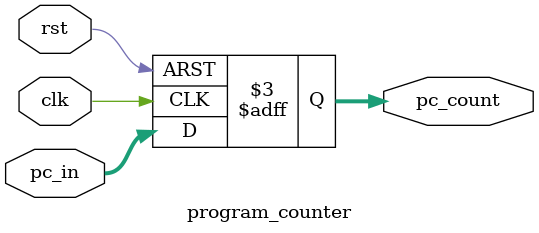
<source format=v>
`timescale 1ns / 1ps
module program_counter(pc_count,pc_in,clk,rst);
output reg [31:0]pc_count;
input [31:0] pc_in;
input clk,rst;
initial
pc_count<=32'd0;

always@(posedge clk or posedge rst)
begin
if(rst)
begin
pc_count<=32'd0;
end
else
pc_count<=pc_in;
end
endmodule

</source>
